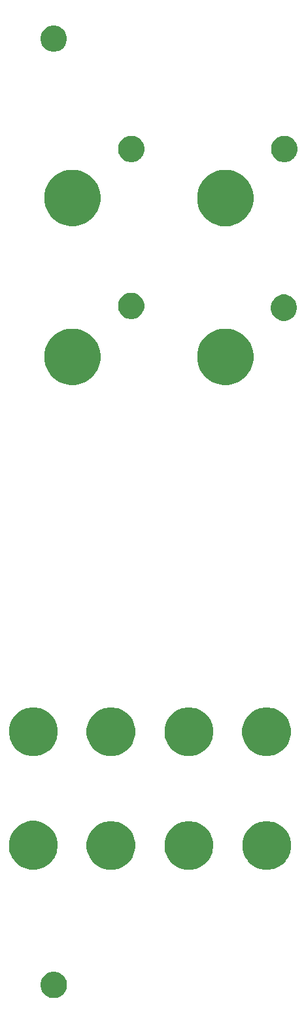
<source format=gbr>
%TF.GenerationSoftware,KiCad,Pcbnew,(5.0.1)-3*%
%TF.CreationDate,2020-04-22T23:21:00+01:00*%
%TF.ProjectId,panel,70616E656C2E6B696361645F70636200,rev?*%
%TF.SameCoordinates,Original*%
%TF.FileFunction,Soldermask,Bot*%
%TF.FilePolarity,Negative*%
%FSLAX46Y46*%
G04 Gerber Fmt 4.6, Leading zero omitted, Abs format (unit mm)*
G04 Created by KiCad (PCBNEW (5.0.1)-3) date 22/04/2020 23:21:00*
%MOMM*%
%LPD*%
G01*
G04 APERTURE LIST*
%ADD10C,0.400000*%
G04 APERTURE END LIST*
D10*
G36*
X89056160Y-122974368D02*
X89056162Y-122974369D01*
X89056163Y-122974369D01*
X89170514Y-123021735D01*
X89365726Y-123102594D01*
X89644327Y-123288749D01*
X89881251Y-123525673D01*
X90067406Y-123804274D01*
X90195632Y-124113840D01*
X90261000Y-124442465D01*
X90261000Y-124777535D01*
X90195632Y-125106160D01*
X90067406Y-125415726D01*
X89881251Y-125694327D01*
X89644327Y-125931251D01*
X89365726Y-126117406D01*
X89170514Y-126198265D01*
X89056163Y-126245631D01*
X89056162Y-126245631D01*
X89056160Y-126245632D01*
X88727535Y-126311000D01*
X88392465Y-126311000D01*
X88063840Y-126245632D01*
X88063838Y-126245631D01*
X88063837Y-126245631D01*
X87949486Y-126198265D01*
X87754274Y-126117406D01*
X87475673Y-125931251D01*
X87238749Y-125694327D01*
X87052594Y-125415726D01*
X86924368Y-125106160D01*
X86859000Y-124777535D01*
X86859000Y-124442465D01*
X86924368Y-124113840D01*
X87052594Y-123804274D01*
X87238749Y-123525673D01*
X87475673Y-123288749D01*
X87754274Y-123102594D01*
X87949486Y-123021735D01*
X88063837Y-122974369D01*
X88063838Y-122974369D01*
X88063840Y-122974368D01*
X88392465Y-122909000D01*
X88727535Y-122909000D01*
X89056160Y-122974368D01*
X89056160Y-122974368D01*
G37*
G36*
X116836191Y-103479727D02*
X117039113Y-103520091D01*
X117612558Y-103757620D01*
X118098713Y-104082459D01*
X118128648Y-104102461D01*
X118567539Y-104541352D01*
X118567541Y-104541355D01*
X118912380Y-105057442D01*
X119145767Y-105620888D01*
X119149909Y-105630888D01*
X119269011Y-106229652D01*
X119271000Y-106239654D01*
X119271000Y-106860346D01*
X119149909Y-107469113D01*
X118912380Y-108042558D01*
X118580905Y-108538645D01*
X118567539Y-108558648D01*
X118128648Y-108997539D01*
X118128645Y-108997541D01*
X117612558Y-109342380D01*
X117039113Y-109579909D01*
X116836191Y-109620273D01*
X116430348Y-109701000D01*
X115809652Y-109701000D01*
X115403809Y-109620273D01*
X115200887Y-109579909D01*
X114627442Y-109342380D01*
X114111355Y-108997541D01*
X114111352Y-108997539D01*
X113672461Y-108558648D01*
X113659095Y-108538645D01*
X113327620Y-108042558D01*
X113090091Y-107469113D01*
X112969000Y-106860346D01*
X112969000Y-106239654D01*
X112970990Y-106229652D01*
X113090091Y-105630888D01*
X113094233Y-105620888D01*
X113327620Y-105057442D01*
X113672459Y-104541355D01*
X113672461Y-104541352D01*
X114111352Y-104102461D01*
X114141287Y-104082459D01*
X114627442Y-103757620D01*
X115200887Y-103520091D01*
X115403809Y-103479727D01*
X115809652Y-103399000D01*
X116430348Y-103399000D01*
X116836191Y-103479727D01*
X116836191Y-103479727D01*
G37*
G36*
X96676191Y-103469727D02*
X96879113Y-103510091D01*
X97452558Y-103747620D01*
X97953679Y-104082459D01*
X97968648Y-104092461D01*
X98407539Y-104531352D01*
X98407541Y-104531355D01*
X98752380Y-105047442D01*
X98985767Y-105610888D01*
X98989909Y-105620888D01*
X99111000Y-106229652D01*
X99111000Y-106850348D01*
X99030273Y-107256191D01*
X98989909Y-107459113D01*
X98752380Y-108032558D01*
X98745698Y-108042558D01*
X98407539Y-108548648D01*
X97968648Y-108987539D01*
X97968645Y-108987541D01*
X97452558Y-109332380D01*
X96879113Y-109569909D01*
X96828839Y-109579909D01*
X96270348Y-109691000D01*
X95649652Y-109691000D01*
X95091161Y-109579909D01*
X95040887Y-109569909D01*
X94467442Y-109332380D01*
X93951355Y-108987541D01*
X93951352Y-108987539D01*
X93512461Y-108548648D01*
X93174302Y-108042558D01*
X93167620Y-108032558D01*
X92930091Y-107459113D01*
X92889727Y-107256191D01*
X92809000Y-106850348D01*
X92809000Y-106229652D01*
X92930091Y-105620888D01*
X92934233Y-105610888D01*
X93167620Y-105047442D01*
X93512459Y-104531355D01*
X93512461Y-104531352D01*
X93951352Y-104092461D01*
X93966321Y-104082459D01*
X94467442Y-103747620D01*
X95040887Y-103510091D01*
X95243809Y-103469727D01*
X95649652Y-103389000D01*
X96270348Y-103389000D01*
X96676191Y-103469727D01*
X96676191Y-103469727D01*
G37*
G36*
X106756191Y-103469727D02*
X106959113Y-103510091D01*
X107532558Y-103747620D01*
X108033679Y-104082459D01*
X108048648Y-104092461D01*
X108487539Y-104531352D01*
X108487541Y-104531355D01*
X108832380Y-105047442D01*
X109065767Y-105610888D01*
X109069909Y-105620888D01*
X109191000Y-106229652D01*
X109191000Y-106850348D01*
X109110273Y-107256191D01*
X109069909Y-107459113D01*
X108832380Y-108032558D01*
X108825698Y-108042558D01*
X108487539Y-108548648D01*
X108048648Y-108987539D01*
X108048645Y-108987541D01*
X107532558Y-109332380D01*
X106959113Y-109569909D01*
X106908839Y-109579909D01*
X106350348Y-109691000D01*
X105729652Y-109691000D01*
X105171161Y-109579909D01*
X105120887Y-109569909D01*
X104547442Y-109332380D01*
X104031355Y-108987541D01*
X104031352Y-108987539D01*
X103592461Y-108548648D01*
X103254302Y-108042558D01*
X103247620Y-108032558D01*
X103010091Y-107459113D01*
X102969727Y-107256191D01*
X102889000Y-106850348D01*
X102889000Y-106229652D01*
X103010091Y-105620888D01*
X103014233Y-105610888D01*
X103247620Y-105047442D01*
X103592459Y-104531355D01*
X103592461Y-104531352D01*
X104031352Y-104092461D01*
X104046321Y-104082459D01*
X104547442Y-103747620D01*
X105120887Y-103510091D01*
X105323809Y-103469727D01*
X105729652Y-103389000D01*
X106350348Y-103389000D01*
X106756191Y-103469727D01*
X106756191Y-103469727D01*
G37*
G36*
X86606191Y-103459727D02*
X86809113Y-103500091D01*
X87382558Y-103737620D01*
X87895165Y-104080134D01*
X87898648Y-104082461D01*
X88337539Y-104521352D01*
X88337541Y-104521355D01*
X88682380Y-105037442D01*
X88919909Y-105610887D01*
X88919909Y-105610888D01*
X89041000Y-106219652D01*
X89041000Y-106840348D01*
X88960273Y-107246191D01*
X88919909Y-107449113D01*
X88682380Y-108022558D01*
X88669016Y-108042558D01*
X88337539Y-108538648D01*
X87898648Y-108977539D01*
X87898645Y-108977541D01*
X87382558Y-109322380D01*
X86809113Y-109559909D01*
X86606191Y-109600273D01*
X86200348Y-109681000D01*
X85579652Y-109681000D01*
X85173809Y-109600273D01*
X84970887Y-109559909D01*
X84397442Y-109322380D01*
X83881355Y-108977541D01*
X83881352Y-108977539D01*
X83442461Y-108538648D01*
X83110984Y-108042558D01*
X83097620Y-108022558D01*
X82860091Y-107449113D01*
X82819727Y-107246191D01*
X82739000Y-106840348D01*
X82739000Y-106219652D01*
X82860091Y-105610888D01*
X82860091Y-105610887D01*
X83097620Y-105037442D01*
X83442459Y-104521355D01*
X83442461Y-104521352D01*
X83881352Y-104082461D01*
X83884835Y-104080134D01*
X84397442Y-103737620D01*
X84970887Y-103500091D01*
X85173809Y-103459727D01*
X85579652Y-103379000D01*
X86200348Y-103379000D01*
X86606191Y-103459727D01*
X86606191Y-103459727D01*
G37*
G36*
X116826191Y-88749727D02*
X117029113Y-88790091D01*
X117602558Y-89027620D01*
X118103679Y-89362459D01*
X118118648Y-89372461D01*
X118557539Y-89811352D01*
X118557541Y-89811355D01*
X118902380Y-90327442D01*
X119135767Y-90890888D01*
X119139909Y-90900888D01*
X119259011Y-91499652D01*
X119261000Y-91509654D01*
X119261000Y-92130346D01*
X119139909Y-92739113D01*
X118902380Y-93312558D01*
X118564223Y-93818645D01*
X118557539Y-93828648D01*
X118118648Y-94267539D01*
X118118645Y-94267541D01*
X117602558Y-94612380D01*
X117029113Y-94849909D01*
X116826191Y-94890273D01*
X116420348Y-94971000D01*
X115799652Y-94971000D01*
X115393809Y-94890273D01*
X115190887Y-94849909D01*
X114617442Y-94612380D01*
X114101355Y-94267541D01*
X114101352Y-94267539D01*
X113662461Y-93828648D01*
X113655777Y-93818645D01*
X113317620Y-93312558D01*
X113080091Y-92739113D01*
X112959000Y-92130346D01*
X112959000Y-91509654D01*
X112960990Y-91499652D01*
X113080091Y-90900888D01*
X113084233Y-90890888D01*
X113317620Y-90327442D01*
X113662459Y-89811355D01*
X113662461Y-89811352D01*
X114101352Y-89372461D01*
X114116321Y-89362459D01*
X114617442Y-89027620D01*
X115190887Y-88790091D01*
X115393809Y-88749727D01*
X115799652Y-88669000D01*
X116420348Y-88669000D01*
X116826191Y-88749727D01*
X116826191Y-88749727D01*
G37*
G36*
X106756191Y-88739727D02*
X106959113Y-88780091D01*
X107532558Y-89017620D01*
X108045165Y-89360134D01*
X108048648Y-89362461D01*
X108487539Y-89801352D01*
X108487541Y-89801355D01*
X108832380Y-90317442D01*
X109069909Y-90890887D01*
X109069909Y-90890888D01*
X109191000Y-91499652D01*
X109191000Y-92120348D01*
X109110273Y-92526191D01*
X109069909Y-92729113D01*
X108832380Y-93302558D01*
X108825698Y-93312558D01*
X108487539Y-93818648D01*
X108048648Y-94257539D01*
X108048645Y-94257541D01*
X107532558Y-94602380D01*
X106959113Y-94839909D01*
X106908839Y-94849909D01*
X106350348Y-94961000D01*
X105729652Y-94961000D01*
X105171161Y-94849909D01*
X105120887Y-94839909D01*
X104547442Y-94602380D01*
X104031355Y-94257541D01*
X104031352Y-94257539D01*
X103592461Y-93818648D01*
X103254302Y-93312558D01*
X103247620Y-93302558D01*
X103010091Y-92729113D01*
X102969727Y-92526191D01*
X102889000Y-92120348D01*
X102889000Y-91499652D01*
X103010091Y-90890888D01*
X103010091Y-90890887D01*
X103247620Y-90317442D01*
X103592459Y-89801355D01*
X103592461Y-89801352D01*
X104031352Y-89362461D01*
X104034835Y-89360134D01*
X104547442Y-89017620D01*
X105120887Y-88780091D01*
X105323809Y-88739727D01*
X105729652Y-88659000D01*
X106350348Y-88659000D01*
X106756191Y-88739727D01*
X106756191Y-88739727D01*
G37*
G36*
X96676191Y-88739727D02*
X96879113Y-88780091D01*
X97452558Y-89017620D01*
X97965165Y-89360134D01*
X97968648Y-89362461D01*
X98407539Y-89801352D01*
X98407541Y-89801355D01*
X98752380Y-90317442D01*
X98989909Y-90890887D01*
X98989909Y-90890888D01*
X99111000Y-91499652D01*
X99111000Y-92120348D01*
X99030273Y-92526191D01*
X98989909Y-92729113D01*
X98752380Y-93302558D01*
X98745698Y-93312558D01*
X98407539Y-93818648D01*
X97968648Y-94257539D01*
X97968645Y-94257541D01*
X97452558Y-94602380D01*
X96879113Y-94839909D01*
X96828839Y-94849909D01*
X96270348Y-94961000D01*
X95649652Y-94961000D01*
X95091161Y-94849909D01*
X95040887Y-94839909D01*
X94467442Y-94602380D01*
X93951355Y-94257541D01*
X93951352Y-94257539D01*
X93512461Y-93818648D01*
X93174302Y-93312558D01*
X93167620Y-93302558D01*
X92930091Y-92729113D01*
X92889727Y-92526191D01*
X92809000Y-92120348D01*
X92809000Y-91499652D01*
X92930091Y-90890888D01*
X92930091Y-90890887D01*
X93167620Y-90317442D01*
X93512459Y-89801355D01*
X93512461Y-89801352D01*
X93951352Y-89362461D01*
X93954835Y-89360134D01*
X94467442Y-89017620D01*
X95040887Y-88780091D01*
X95243809Y-88739727D01*
X95649652Y-88659000D01*
X96270348Y-88659000D01*
X96676191Y-88739727D01*
X96676191Y-88739727D01*
G37*
G36*
X86616191Y-88739727D02*
X86819113Y-88780091D01*
X87392558Y-89017620D01*
X87905165Y-89360134D01*
X87908648Y-89362461D01*
X88347539Y-89801352D01*
X88347541Y-89801355D01*
X88692380Y-90317442D01*
X88929909Y-90890887D01*
X88929909Y-90890888D01*
X89051000Y-91499652D01*
X89051000Y-92120348D01*
X88970273Y-92526191D01*
X88929909Y-92729113D01*
X88692380Y-93302558D01*
X88685698Y-93312558D01*
X88347539Y-93818648D01*
X87908648Y-94257539D01*
X87908645Y-94257541D01*
X87392558Y-94602380D01*
X86819113Y-94839909D01*
X86768839Y-94849909D01*
X86210348Y-94961000D01*
X85589652Y-94961000D01*
X85031161Y-94849909D01*
X84980887Y-94839909D01*
X84407442Y-94602380D01*
X83891355Y-94257541D01*
X83891352Y-94257539D01*
X83452461Y-93818648D01*
X83114302Y-93312558D01*
X83107620Y-93302558D01*
X82870091Y-92729113D01*
X82829727Y-92526191D01*
X82749000Y-92120348D01*
X82749000Y-91499652D01*
X82870091Y-90890888D01*
X82870091Y-90890887D01*
X83107620Y-90317442D01*
X83452459Y-89801355D01*
X83452461Y-89801352D01*
X83891352Y-89362461D01*
X83894835Y-89360134D01*
X84407442Y-89017620D01*
X84980887Y-88780091D01*
X85183809Y-88739727D01*
X85589652Y-88659000D01*
X86210348Y-88659000D01*
X86616191Y-88739727D01*
X86616191Y-88739727D01*
G37*
G36*
X91564714Y-39695769D02*
X92034958Y-39789306D01*
X92699397Y-40064525D01*
X93297377Y-40464083D01*
X93805917Y-40972623D01*
X94205475Y-41570603D01*
X94480694Y-42235042D01*
X94621000Y-42940408D01*
X94621000Y-43659592D01*
X94480694Y-44364958D01*
X94205475Y-45029397D01*
X93805917Y-45627377D01*
X93297377Y-46135917D01*
X92699397Y-46535475D01*
X92034958Y-46810694D01*
X91564714Y-46904231D01*
X91329593Y-46951000D01*
X90610407Y-46951000D01*
X90375286Y-46904231D01*
X89905042Y-46810694D01*
X89240603Y-46535475D01*
X88642623Y-46135917D01*
X88134083Y-45627377D01*
X87734525Y-45029397D01*
X87459306Y-44364958D01*
X87319000Y-43659592D01*
X87319000Y-42940408D01*
X87459306Y-42235042D01*
X87734525Y-41570603D01*
X88134083Y-40972623D01*
X88642623Y-40464083D01*
X89240603Y-40064525D01*
X89905042Y-39789306D01*
X90375286Y-39695769D01*
X90610407Y-39649000D01*
X91329593Y-39649000D01*
X91564714Y-39695769D01*
X91564714Y-39695769D01*
G37*
G36*
X111374714Y-39685769D02*
X111844958Y-39779306D01*
X112509397Y-40054525D01*
X113107377Y-40454083D01*
X113615917Y-40962623D01*
X114015475Y-41560603D01*
X114290694Y-42225042D01*
X114431000Y-42930408D01*
X114431000Y-43649592D01*
X114290694Y-44354958D01*
X114015475Y-45019397D01*
X113615917Y-45617377D01*
X113107377Y-46125917D01*
X112509397Y-46525475D01*
X111844958Y-46800694D01*
X111374714Y-46894231D01*
X111139593Y-46941000D01*
X110420407Y-46941000D01*
X110185286Y-46894231D01*
X109715042Y-46800694D01*
X109050603Y-46525475D01*
X108452623Y-46125917D01*
X107944083Y-45617377D01*
X107544525Y-45019397D01*
X107269306Y-44354958D01*
X107129000Y-43649592D01*
X107129000Y-42930408D01*
X107269306Y-42225042D01*
X107544525Y-41560603D01*
X107944083Y-40962623D01*
X108452623Y-40454083D01*
X109050603Y-40054525D01*
X109715042Y-39779306D01*
X110185286Y-39685769D01*
X110420407Y-39639000D01*
X111139593Y-39639000D01*
X111374714Y-39685769D01*
X111374714Y-39685769D01*
G37*
G36*
X118846160Y-35284368D02*
X118846162Y-35284369D01*
X118846163Y-35284369D01*
X118960514Y-35331735D01*
X119155726Y-35412594D01*
X119434327Y-35598749D01*
X119671251Y-35835673D01*
X119857406Y-36114274D01*
X119985632Y-36423840D01*
X120051000Y-36752465D01*
X120051000Y-37087535D01*
X119985632Y-37416160D01*
X119857406Y-37725726D01*
X119671251Y-38004327D01*
X119434327Y-38241251D01*
X119155726Y-38427406D01*
X118960514Y-38508265D01*
X118846163Y-38555631D01*
X118846162Y-38555631D01*
X118846160Y-38555632D01*
X118517535Y-38621000D01*
X118182465Y-38621000D01*
X117853840Y-38555632D01*
X117853838Y-38555631D01*
X117853837Y-38555631D01*
X117739486Y-38508265D01*
X117544274Y-38427406D01*
X117265673Y-38241251D01*
X117028749Y-38004327D01*
X116842594Y-37725726D01*
X116714368Y-37416160D01*
X116649000Y-37087535D01*
X116649000Y-36752465D01*
X116714368Y-36423840D01*
X116842594Y-36114274D01*
X117028749Y-35835673D01*
X117265673Y-35598749D01*
X117544274Y-35412594D01*
X117739486Y-35331735D01*
X117853837Y-35284369D01*
X117853838Y-35284369D01*
X117853840Y-35284368D01*
X118182465Y-35219000D01*
X118517535Y-35219000D01*
X118846160Y-35284368D01*
X118846160Y-35284368D01*
G37*
G36*
X99076160Y-35054368D02*
X99076162Y-35054369D01*
X99076163Y-35054369D01*
X99190514Y-35101735D01*
X99385726Y-35182594D01*
X99664327Y-35368749D01*
X99901251Y-35605673D01*
X100087406Y-35884274D01*
X100215632Y-36193840D01*
X100281000Y-36522465D01*
X100281000Y-36857535D01*
X100215632Y-37186160D01*
X100087406Y-37495726D01*
X99901251Y-37774327D01*
X99664327Y-38011251D01*
X99385726Y-38197406D01*
X99190514Y-38278265D01*
X99076163Y-38325631D01*
X99076162Y-38325631D01*
X99076160Y-38325632D01*
X98747535Y-38391000D01*
X98412465Y-38391000D01*
X98083840Y-38325632D01*
X98083838Y-38325631D01*
X98083837Y-38325631D01*
X97969486Y-38278265D01*
X97774274Y-38197406D01*
X97495673Y-38011251D01*
X97258749Y-37774327D01*
X97072594Y-37495726D01*
X96944368Y-37186160D01*
X96879000Y-36857535D01*
X96879000Y-36522465D01*
X96944368Y-36193840D01*
X97072594Y-35884274D01*
X97258749Y-35605673D01*
X97495673Y-35368749D01*
X97774274Y-35182594D01*
X97969486Y-35101735D01*
X98083837Y-35054369D01*
X98083838Y-35054369D01*
X98083840Y-35054368D01*
X98412465Y-34989000D01*
X98747535Y-34989000D01*
X99076160Y-35054368D01*
X99076160Y-35054368D01*
G37*
G36*
X111374714Y-19125769D02*
X111844958Y-19219306D01*
X112509397Y-19494525D01*
X113107377Y-19894083D01*
X113615917Y-20402623D01*
X114015475Y-21000603D01*
X114290694Y-21665042D01*
X114431000Y-22370408D01*
X114431000Y-23089592D01*
X114290694Y-23794958D01*
X114015475Y-24459397D01*
X113615917Y-25057377D01*
X113107377Y-25565917D01*
X112509397Y-25965475D01*
X111844958Y-26240694D01*
X111374714Y-26334231D01*
X111139593Y-26381000D01*
X110420407Y-26381000D01*
X110185286Y-26334231D01*
X109715042Y-26240694D01*
X109050603Y-25965475D01*
X108452623Y-25565917D01*
X107944083Y-25057377D01*
X107544525Y-24459397D01*
X107269306Y-23794958D01*
X107129000Y-23089592D01*
X107129000Y-22370408D01*
X107269306Y-21665042D01*
X107544525Y-21000603D01*
X107944083Y-20402623D01*
X108452623Y-19894083D01*
X109050603Y-19494525D01*
X109715042Y-19219306D01*
X110185286Y-19125769D01*
X110420407Y-19079000D01*
X111139593Y-19079000D01*
X111374714Y-19125769D01*
X111374714Y-19125769D01*
G37*
G36*
X91574714Y-19115769D02*
X92044958Y-19209306D01*
X92709397Y-19484525D01*
X93307377Y-19884083D01*
X93815917Y-20392623D01*
X94215475Y-20990603D01*
X94490694Y-21655042D01*
X94631000Y-22360408D01*
X94631000Y-23079592D01*
X94490694Y-23784958D01*
X94215475Y-24449397D01*
X93815917Y-25047377D01*
X93307377Y-25555917D01*
X92709397Y-25955475D01*
X92044958Y-26230694D01*
X91574714Y-26324231D01*
X91339593Y-26371000D01*
X90620407Y-26371000D01*
X90385286Y-26324231D01*
X89915042Y-26230694D01*
X89250603Y-25955475D01*
X88652623Y-25555917D01*
X88144083Y-25047377D01*
X87744525Y-24449397D01*
X87469306Y-23784958D01*
X87329000Y-23079592D01*
X87329000Y-22360408D01*
X87469306Y-21655042D01*
X87744525Y-20990603D01*
X88144083Y-20392623D01*
X88652623Y-19884083D01*
X89250603Y-19484525D01*
X89915042Y-19209306D01*
X90385286Y-19115769D01*
X90620407Y-19069000D01*
X91339593Y-19069000D01*
X91574714Y-19115769D01*
X91574714Y-19115769D01*
G37*
G36*
X118896160Y-14734368D02*
X118896162Y-14734369D01*
X118896163Y-14734369D01*
X119010514Y-14781735D01*
X119205726Y-14862594D01*
X119484327Y-15048749D01*
X119721251Y-15285673D01*
X119907406Y-15564274D01*
X120035632Y-15873840D01*
X120101000Y-16202465D01*
X120101000Y-16537535D01*
X120035632Y-16866160D01*
X119907406Y-17175726D01*
X119721251Y-17454327D01*
X119484327Y-17691251D01*
X119205726Y-17877406D01*
X119010514Y-17958265D01*
X118896163Y-18005631D01*
X118896162Y-18005631D01*
X118896160Y-18005632D01*
X118567535Y-18071000D01*
X118232465Y-18071000D01*
X117903840Y-18005632D01*
X117903838Y-18005631D01*
X117903837Y-18005631D01*
X117789486Y-17958265D01*
X117594274Y-17877406D01*
X117315673Y-17691251D01*
X117078749Y-17454327D01*
X116892594Y-17175726D01*
X116764368Y-16866160D01*
X116699000Y-16537535D01*
X116699000Y-16202465D01*
X116764368Y-15873840D01*
X116892594Y-15564274D01*
X117078749Y-15285673D01*
X117315673Y-15048749D01*
X117594274Y-14862594D01*
X117789486Y-14781735D01*
X117903837Y-14734369D01*
X117903838Y-14734369D01*
X117903840Y-14734368D01*
X118232465Y-14669000D01*
X118567535Y-14669000D01*
X118896160Y-14734368D01*
X118896160Y-14734368D01*
G37*
G36*
X99086160Y-14734368D02*
X99086162Y-14734369D01*
X99086163Y-14734369D01*
X99200514Y-14781735D01*
X99395726Y-14862594D01*
X99674327Y-15048749D01*
X99911251Y-15285673D01*
X100097406Y-15564274D01*
X100225632Y-15873840D01*
X100291000Y-16202465D01*
X100291000Y-16537535D01*
X100225632Y-16866160D01*
X100097406Y-17175726D01*
X99911251Y-17454327D01*
X99674327Y-17691251D01*
X99395726Y-17877406D01*
X99200514Y-17958265D01*
X99086163Y-18005631D01*
X99086162Y-18005631D01*
X99086160Y-18005632D01*
X98757535Y-18071000D01*
X98422465Y-18071000D01*
X98093840Y-18005632D01*
X98093838Y-18005631D01*
X98093837Y-18005631D01*
X97979486Y-17958265D01*
X97784274Y-17877406D01*
X97505673Y-17691251D01*
X97268749Y-17454327D01*
X97082594Y-17175726D01*
X96954368Y-16866160D01*
X96889000Y-16537535D01*
X96889000Y-16202465D01*
X96954368Y-15873840D01*
X97082594Y-15564274D01*
X97268749Y-15285673D01*
X97505673Y-15048749D01*
X97784274Y-14862594D01*
X97979486Y-14781735D01*
X98093837Y-14734369D01*
X98093838Y-14734369D01*
X98093840Y-14734368D01*
X98422465Y-14669000D01*
X98757535Y-14669000D01*
X99086160Y-14734368D01*
X99086160Y-14734368D01*
G37*
G36*
X89046160Y-454368D02*
X89046162Y-454369D01*
X89046163Y-454369D01*
X89160514Y-501735D01*
X89355726Y-582594D01*
X89634327Y-768749D01*
X89871251Y-1005673D01*
X90057406Y-1284274D01*
X90185632Y-1593840D01*
X90251000Y-1922465D01*
X90251000Y-2257535D01*
X90185632Y-2586160D01*
X90057406Y-2895726D01*
X89871251Y-3174327D01*
X89634327Y-3411251D01*
X89355726Y-3597406D01*
X89160514Y-3678265D01*
X89046163Y-3725631D01*
X89046162Y-3725631D01*
X89046160Y-3725632D01*
X88717535Y-3791000D01*
X88382465Y-3791000D01*
X88053840Y-3725632D01*
X88053838Y-3725631D01*
X88053837Y-3725631D01*
X87939486Y-3678265D01*
X87744274Y-3597406D01*
X87465673Y-3411251D01*
X87228749Y-3174327D01*
X87042594Y-2895726D01*
X86914368Y-2586160D01*
X86849000Y-2257535D01*
X86849000Y-1922465D01*
X86914368Y-1593840D01*
X87042594Y-1284274D01*
X87228749Y-1005673D01*
X87465673Y-768749D01*
X87744274Y-582594D01*
X87939486Y-501735D01*
X88053837Y-454369D01*
X88053838Y-454369D01*
X88053840Y-454368D01*
X88382465Y-389000D01*
X88717535Y-389000D01*
X89046160Y-454368D01*
X89046160Y-454368D01*
G37*
M02*

</source>
